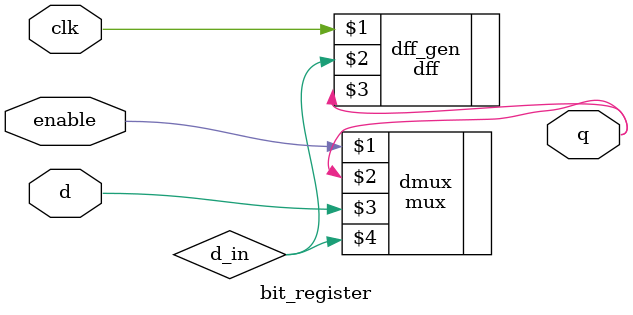
<source format=v>
`timescale 1ns/10ps

`include "../lib/dff.v"
`include "../lib/mux.v"

module register(clk, enable, d, q);
    input           clk, enable;
    input   [31:0]  d;  
    output  [31:0]  q;  

    genvar i;

    // Generate 32 copies of dff controled by single clock signal
    // for each of 32 bits
    generate
        for (i = 0; i < 32; i = i + 1) begin 
            bit_register reg_bit (clk, enable, d[i], q[i]);
        end
    endgenerate

endmodule 

// neg-edged 1-bit register
module bit_register(clk, enable, d, q);
    input   clk, enable, d;
    output  q;
    wire    d_in;

    // select between new (input) and old data (output)
    mux dmux (enable, q, d, d_in);
    dff dff_gen (clk, d_in, q);

endmodule
</source>
